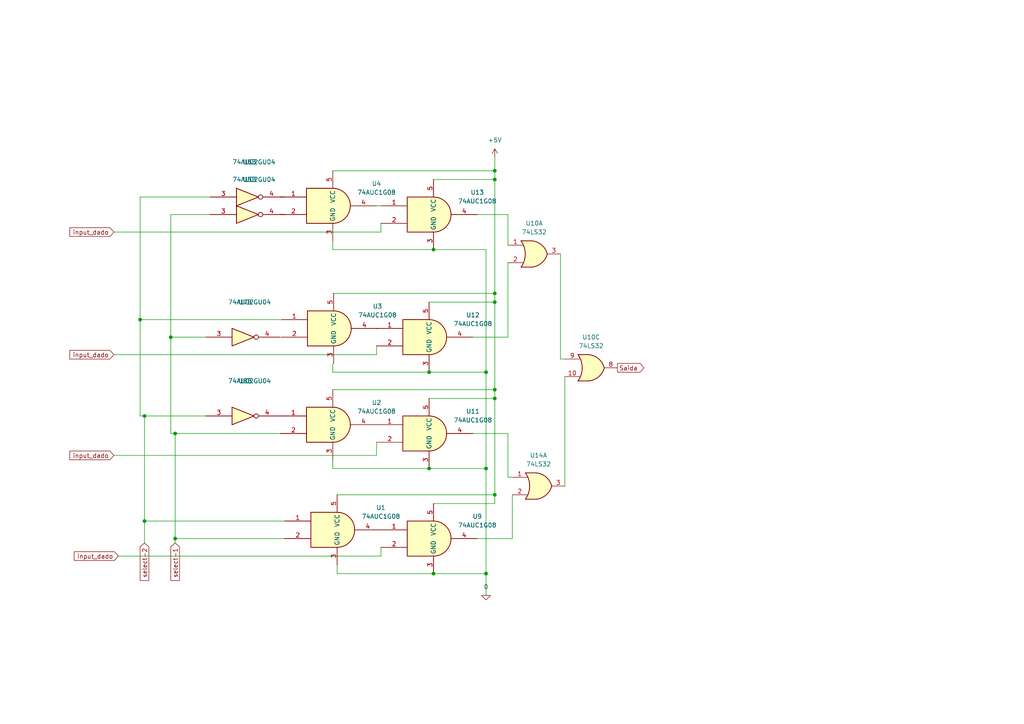
<source format=kicad_sch>
(kicad_sch
	(version 20250114)
	(generator "eeschema")
	(generator_version "9.0")
	(uuid "45d27e93-4ef4-45a1-b092-d27a1c9b3298")
	(paper "A4")
	(lib_symbols
		(symbol "74xGxx:74AUC1G08"
			(exclude_from_sim no)
			(in_bom yes)
			(on_board yes)
			(property "Reference" "U"
				(at -2.54 3.81 0)
				(effects
					(font
						(size 1.27 1.27)
					)
				)
			)
			(property "Value" "74AUC1G08"
				(at 0 -3.81 0)
				(effects
					(font
						(size 1.27 1.27)
					)
				)
			)
			(property "Footprint" ""
				(at 0 0 0)
				(effects
					(font
						(size 1.27 1.27)
					)
					(hide yes)
				)
			)
			(property "Datasheet" "http://www.ti.com/lit/sg/scyt129e/scyt129e.pdf"
				(at 0 0 0)
				(effects
					(font
						(size 1.27 1.27)
					)
					(hide yes)
				)
			)
			(property "Description" "Single AND Gate, Low-Voltage CMOS"
				(at 0 0 0)
				(effects
					(font
						(size 1.27 1.27)
					)
					(hide yes)
				)
			)
			(property "ki_keywords" "Single Gate AND LVC CMOS"
				(at 0 0 0)
				(effects
					(font
						(size 1.27 1.27)
					)
					(hide yes)
				)
			)
			(property "ki_fp_filters" "SOT* SG-*"
				(at 0 0 0)
				(effects
					(font
						(size 1.27 1.27)
					)
					(hide yes)
				)
			)
			(symbol "74AUC1G08_0_1"
				(arc
					(start 0 5.08)
					(mid 5.0579 0)
					(end 0 -5.08)
					(stroke
						(width 0.254)
						(type default)
					)
					(fill
						(type background)
					)
				)
				(polyline
					(pts
						(xy 0 -5.08) (xy -7.62 -5.08) (xy -7.62 5.08) (xy 0 5.08)
					)
					(stroke
						(width 0.254)
						(type default)
					)
					(fill
						(type background)
					)
				)
			)
			(symbol "74AUC1G08_1_1"
				(pin input line
					(at -15.24 2.54 0)
					(length 7.62)
					(name "~"
						(effects
							(font
								(size 1.27 1.27)
							)
						)
					)
					(number "1"
						(effects
							(font
								(size 1.27 1.27)
							)
						)
					)
				)
				(pin input line
					(at -15.24 -2.54 0)
					(length 7.62)
					(name "~"
						(effects
							(font
								(size 1.27 1.27)
							)
						)
					)
					(number "2"
						(effects
							(font
								(size 1.27 1.27)
							)
						)
					)
				)
				(pin power_in line
					(at 0 10.16 270)
					(length 5.08)
					(name "VCC"
						(effects
							(font
								(size 1.27 1.27)
							)
						)
					)
					(number "5"
						(effects
							(font
								(size 1.27 1.27)
							)
						)
					)
				)
				(pin power_in line
					(at 0 -10.16 90)
					(length 5.08)
					(name "GND"
						(effects
							(font
								(size 1.27 1.27)
							)
						)
					)
					(number "3"
						(effects
							(font
								(size 1.27 1.27)
							)
						)
					)
				)
				(pin output line
					(at 12.7 0 180)
					(length 7.62)
					(name "~"
						(effects
							(font
								(size 1.27 1.27)
							)
						)
					)
					(number "4"
						(effects
							(font
								(size 1.27 1.27)
							)
						)
					)
				)
			)
			(embedded_fonts no)
		)
		(symbol "74xGxx:74AUC2GU04"
			(exclude_from_sim no)
			(in_bom yes)
			(on_board yes)
			(property "Reference" "U5"
				(at -1.27 11.43 0)
				(effects
					(font
						(size 1.27 1.27)
					)
				)
			)
			(property "Value" "74AUC2GU04"
				(at 0 11.43 0)
				(effects
					(font
						(size 1.27 1.27)
					)
				)
			)
			(property "Footprint" ""
				(at 0 0 0)
				(effects
					(font
						(size 1.27 1.27)
					)
					(hide yes)
				)
			)
			(property "Datasheet" "http://www.ti.com/lit/sg/scyt129e/scyt129e.pdf"
				(at 0 0 0)
				(effects
					(font
						(size 1.27 1.27)
					)
					(hide yes)
				)
			)
			(property "Description" "74AUC2G04, Dual NOT Gate, Low-Voltage CMOS"
				(at 0 0 0)
				(effects
					(font
						(size 1.27 1.27)
					)
					(hide yes)
				)
			)
			(property "ki_keywords" "Dual Gate NOT LVC CMOS"
				(at 0 0 0)
				(effects
					(font
						(size 1.27 1.27)
					)
					(hide yes)
				)
			)
			(property "ki_fp_filters" "SG-* SOT*"
				(at 0 0 0)
				(effects
					(font
						(size 1.27 1.27)
					)
					(hide yes)
				)
			)
			(symbol "74AUC2GU04_1_1"
				(polyline
					(pts
						(xy -7.62 6.35) (xy -7.62 -6.35) (xy 5.08 0) (xy -7.62 6.35)
					)
					(stroke
						(width 0.254)
						(type default)
					)
					(fill
						(type background)
					)
				)
				(pin input line
					(at -12.7 1.27 0)
					(length 7.62)
					(name "~"
						(effects
							(font
								(size 1.27 1.27)
							)
						)
					)
					(number "1"
						(effects
							(font
								(size 1.27 1.27)
							)
						)
					)
				)
				(pin output inverted
					(at 8.89 1.27 180)
					(length 7.62)
					(name "~"
						(effects
							(font
								(size 1.27 1.27)
							)
						)
					)
					(number "6"
						(effects
							(font
								(size 1.27 1.27)
							)
						)
					)
				)
			)
			(symbol "74AUC2GU04_2_1"
				(polyline
					(pts
						(xy -5.08 3.81) (xy -5.08 -1.27) (xy 1.27 1.27) (xy -5.08 3.81)
					)
					(stroke
						(width 0.254)
						(type default)
					)
					(fill
						(type background)
					)
				)
				(pin input line
					(at -12.7 1.27 0)
					(length 7.62)
					(name "~"
						(effects
							(font
								(size 1.27 1.27)
							)
						)
					)
					(number "3"
						(effects
							(font
								(size 1.27 1.27)
							)
						)
					)
				)
				(pin output inverted
					(at 8.89 1.27 180)
					(length 7.62)
					(name "~"
						(effects
							(font
								(size 1.27 1.27)
							)
						)
					)
					(number "4"
						(effects
							(font
								(size 1.27 1.27)
							)
						)
					)
				)
			)
			(symbol "74AUC2GU04_3_0"
				(rectangle
					(start -5.08 -5.08)
					(end 5.08 5.08)
					(stroke
						(width 0.254)
						(type default)
					)
					(fill
						(type background)
					)
				)
			)
			(symbol "74AUC2GU04_3_1"
				(pin power_in line
					(at 0 10.16 270)
					(length 5.08)
					(name "VCC"
						(effects
							(font
								(size 1.27 1.27)
							)
						)
					)
					(number "5"
						(effects
							(font
								(size 1.27 1.27)
							)
						)
					)
				)
				(pin power_in line
					(at 0 -10.16 90)
					(length 5.08)
					(name "GND"
						(effects
							(font
								(size 1.27 1.27)
							)
						)
					)
					(number "2"
						(effects
							(font
								(size 1.27 1.27)
							)
						)
					)
				)
			)
			(embedded_fonts no)
		)
		(symbol "74xx:74LS32"
			(pin_names
				(offset 1.016)
			)
			(exclude_from_sim no)
			(in_bom yes)
			(on_board yes)
			(property "Reference" "U"
				(at 0 1.27 0)
				(effects
					(font
						(size 1.27 1.27)
					)
				)
			)
			(property "Value" "74LS32"
				(at 0 -1.27 0)
				(effects
					(font
						(size 1.27 1.27)
					)
				)
			)
			(property "Footprint" ""
				(at 0 0 0)
				(effects
					(font
						(size 1.27 1.27)
					)
					(hide yes)
				)
			)
			(property "Datasheet" "http://www.ti.com/lit/gpn/sn74LS32"
				(at 0 0 0)
				(effects
					(font
						(size 1.27 1.27)
					)
					(hide yes)
				)
			)
			(property "Description" "Quad 2-input OR"
				(at 0 0 0)
				(effects
					(font
						(size 1.27 1.27)
					)
					(hide yes)
				)
			)
			(property "ki_locked" ""
				(at 0 0 0)
				(effects
					(font
						(size 1.27 1.27)
					)
				)
			)
			(property "ki_keywords" "TTL Or2"
				(at 0 0 0)
				(effects
					(font
						(size 1.27 1.27)
					)
					(hide yes)
				)
			)
			(property "ki_fp_filters" "DIP?14*"
				(at 0 0 0)
				(effects
					(font
						(size 1.27 1.27)
					)
					(hide yes)
				)
			)
			(symbol "74LS32_1_1"
				(arc
					(start -3.81 3.81)
					(mid -2.589 0)
					(end -3.81 -3.81)
					(stroke
						(width 0.254)
						(type default)
					)
					(fill
						(type none)
					)
				)
				(polyline
					(pts
						(xy -3.81 3.81) (xy -0.635 3.81)
					)
					(stroke
						(width 0.254)
						(type default)
					)
					(fill
						(type background)
					)
				)
				(polyline
					(pts
						(xy -3.81 -3.81) (xy -0.635 -3.81)
					)
					(stroke
						(width 0.254)
						(type default)
					)
					(fill
						(type background)
					)
				)
				(arc
					(start 3.81 0)
					(mid 2.1855 -2.584)
					(end -0.6096 -3.81)
					(stroke
						(width 0.254)
						(type default)
					)
					(fill
						(type background)
					)
				)
				(arc
					(start -0.6096 3.81)
					(mid 2.1928 2.5924)
					(end 3.81 0)
					(stroke
						(width 0.254)
						(type default)
					)
					(fill
						(type background)
					)
				)
				(polyline
					(pts
						(xy -0.635 3.81) (xy -3.81 3.81) (xy -3.81 3.81) (xy -3.556 3.4036) (xy -3.0226 2.2606) (xy -2.6924 1.0414)
						(xy -2.6162 -0.254) (xy -2.7686 -1.4986) (xy -3.175 -2.7178) (xy -3.81 -3.81) (xy -3.81 -3.81)
						(xy -0.635 -3.81)
					)
					(stroke
						(width -25.4)
						(type default)
					)
					(fill
						(type background)
					)
				)
				(pin input line
					(at -7.62 2.54 0)
					(length 4.318)
					(name "~"
						(effects
							(font
								(size 1.27 1.27)
							)
						)
					)
					(number "1"
						(effects
							(font
								(size 1.27 1.27)
							)
						)
					)
				)
				(pin input line
					(at -7.62 -2.54 0)
					(length 4.318)
					(name "~"
						(effects
							(font
								(size 1.27 1.27)
							)
						)
					)
					(number "2"
						(effects
							(font
								(size 1.27 1.27)
							)
						)
					)
				)
				(pin output line
					(at 7.62 0 180)
					(length 3.81)
					(name "~"
						(effects
							(font
								(size 1.27 1.27)
							)
						)
					)
					(number "3"
						(effects
							(font
								(size 1.27 1.27)
							)
						)
					)
				)
			)
			(symbol "74LS32_1_2"
				(arc
					(start 0 3.81)
					(mid 3.7934 0)
					(end 0 -3.81)
					(stroke
						(width 0.254)
						(type default)
					)
					(fill
						(type background)
					)
				)
				(polyline
					(pts
						(xy 0 3.81) (xy -3.81 3.81) (xy -3.81 -3.81) (xy 0 -3.81)
					)
					(stroke
						(width 0.254)
						(type default)
					)
					(fill
						(type background)
					)
				)
				(pin input inverted
					(at -7.62 2.54 0)
					(length 3.81)
					(name "~"
						(effects
							(font
								(size 1.27 1.27)
							)
						)
					)
					(number "1"
						(effects
							(font
								(size 1.27 1.27)
							)
						)
					)
				)
				(pin input inverted
					(at -7.62 -2.54 0)
					(length 3.81)
					(name "~"
						(effects
							(font
								(size 1.27 1.27)
							)
						)
					)
					(number "2"
						(effects
							(font
								(size 1.27 1.27)
							)
						)
					)
				)
				(pin output inverted
					(at 7.62 0 180)
					(length 3.81)
					(name "~"
						(effects
							(font
								(size 1.27 1.27)
							)
						)
					)
					(number "3"
						(effects
							(font
								(size 1.27 1.27)
							)
						)
					)
				)
			)
			(symbol "74LS32_2_1"
				(arc
					(start -3.81 3.81)
					(mid -2.589 0)
					(end -3.81 -3.81)
					(stroke
						(width 0.254)
						(type default)
					)
					(fill
						(type none)
					)
				)
				(polyline
					(pts
						(xy -3.81 3.81) (xy -0.635 3.81)
					)
					(stroke
						(width 0.254)
						(type default)
					)
					(fill
						(type background)
					)
				)
				(polyline
					(pts
						(xy -3.81 -3.81) (xy -0.635 -3.81)
					)
					(stroke
						(width 0.254)
						(type default)
					)
					(fill
						(type background)
					)
				)
				(arc
					(start 3.81 0)
					(mid 2.1855 -2.584)
					(end -0.6096 -3.81)
					(stroke
						(width 0.254)
						(type default)
					)
					(fill
						(type background)
					)
				)
				(arc
					(start -0.6096 3.81)
					(mid 2.1928 2.5924)
					(end 3.81 0)
					(stroke
						(width 0.254)
						(type default)
					)
					(fill
						(type background)
					)
				)
				(polyline
					(pts
						(xy -0.635 3.81) (xy -3.81 3.81) (xy -3.81 3.81) (xy -3.556 3.4036) (xy -3.0226 2.2606) (xy -2.6924 1.0414)
						(xy -2.6162 -0.254) (xy -2.7686 -1.4986) (xy -3.175 -2.7178) (xy -3.81 -3.81) (xy -3.81 -3.81)
						(xy -0.635 -3.81)
					)
					(stroke
						(width -25.4)
						(type default)
					)
					(fill
						(type background)
					)
				)
				(pin input line
					(at -7.62 2.54 0)
					(length 4.318)
					(name "~"
						(effects
							(font
								(size 1.27 1.27)
							)
						)
					)
					(number "4"
						(effects
							(font
								(size 1.27 1.27)
							)
						)
					)
				)
				(pin input line
					(at -7.62 -2.54 0)
					(length 4.318)
					(name "~"
						(effects
							(font
								(size 1.27 1.27)
							)
						)
					)
					(number "5"
						(effects
							(font
								(size 1.27 1.27)
							)
						)
					)
				)
				(pin output line
					(at 7.62 0 180)
					(length 3.81)
					(name "~"
						(effects
							(font
								(size 1.27 1.27)
							)
						)
					)
					(number "6"
						(effects
							(font
								(size 1.27 1.27)
							)
						)
					)
				)
			)
			(symbol "74LS32_2_2"
				(arc
					(start 0 3.81)
					(mid 3.7934 0)
					(end 0 -3.81)
					(stroke
						(width 0.254)
						(type default)
					)
					(fill
						(type background)
					)
				)
				(polyline
					(pts
						(xy 0 3.81) (xy -3.81 3.81) (xy -3.81 -3.81) (xy 0 -3.81)
					)
					(stroke
						(width 0.254)
						(type default)
					)
					(fill
						(type background)
					)
				)
				(pin input inverted
					(at -7.62 2.54 0)
					(length 3.81)
					(name "~"
						(effects
							(font
								(size 1.27 1.27)
							)
						)
					)
					(number "4"
						(effects
							(font
								(size 1.27 1.27)
							)
						)
					)
				)
				(pin input inverted
					(at -7.62 -2.54 0)
					(length 3.81)
					(name "~"
						(effects
							(font
								(size 1.27 1.27)
							)
						)
					)
					(number "5"
						(effects
							(font
								(size 1.27 1.27)
							)
						)
					)
				)
				(pin output inverted
					(at 7.62 0 180)
					(length 3.81)
					(name "~"
						(effects
							(font
								(size 1.27 1.27)
							)
						)
					)
					(number "6"
						(effects
							(font
								(size 1.27 1.27)
							)
						)
					)
				)
			)
			(symbol "74LS32_3_1"
				(arc
					(start -3.81 3.81)
					(mid -2.589 0)
					(end -3.81 -3.81)
					(stroke
						(width 0.254)
						(type default)
					)
					(fill
						(type none)
					)
				)
				(polyline
					(pts
						(xy -3.81 3.81) (xy -0.635 3.81)
					)
					(stroke
						(width 0.254)
						(type default)
					)
					(fill
						(type background)
					)
				)
				(polyline
					(pts
						(xy -3.81 -3.81) (xy -0.635 -3.81)
					)
					(stroke
						(width 0.254)
						(type default)
					)
					(fill
						(type background)
					)
				)
				(arc
					(start 3.81 0)
					(mid 2.1855 -2.584)
					(end -0.6096 -3.81)
					(stroke
						(width 0.254)
						(type default)
					)
					(fill
						(type background)
					)
				)
				(arc
					(start -0.6096 3.81)
					(mid 2.1928 2.5924)
					(end 3.81 0)
					(stroke
						(width 0.254)
						(type default)
					)
					(fill
						(type background)
					)
				)
				(polyline
					(pts
						(xy -0.635 3.81) (xy -3.81 3.81) (xy -3.81 3.81) (xy -3.556 3.4036) (xy -3.0226 2.2606) (xy -2.6924 1.0414)
						(xy -2.6162 -0.254) (xy -2.7686 -1.4986) (xy -3.175 -2.7178) (xy -3.81 -3.81) (xy -3.81 -3.81)
						(xy -0.635 -3.81)
					)
					(stroke
						(width -25.4)
						(type default)
					)
					(fill
						(type background)
					)
				)
				(pin input line
					(at -7.62 2.54 0)
					(length 4.318)
					(name "~"
						(effects
							(font
								(size 1.27 1.27)
							)
						)
					)
					(number "9"
						(effects
							(font
								(size 1.27 1.27)
							)
						)
					)
				)
				(pin input line
					(at -7.62 -2.54 0)
					(length 4.318)
					(name "~"
						(effects
							(font
								(size 1.27 1.27)
							)
						)
					)
					(number "10"
						(effects
							(font
								(size 1.27 1.27)
							)
						)
					)
				)
				(pin output line
					(at 7.62 0 180)
					(length 3.81)
					(name "~"
						(effects
							(font
								(size 1.27 1.27)
							)
						)
					)
					(number "8"
						(effects
							(font
								(size 1.27 1.27)
							)
						)
					)
				)
			)
			(symbol "74LS32_3_2"
				(arc
					(start 0 3.81)
					(mid 3.7934 0)
					(end 0 -3.81)
					(stroke
						(width 0.254)
						(type default)
					)
					(fill
						(type background)
					)
				)
				(polyline
					(pts
						(xy 0 3.81) (xy -3.81 3.81) (xy -3.81 -3.81) (xy 0 -3.81)
					)
					(stroke
						(width 0.254)
						(type default)
					)
					(fill
						(type background)
					)
				)
				(pin input inverted
					(at -7.62 2.54 0)
					(length 3.81)
					(name "~"
						(effects
							(font
								(size 1.27 1.27)
							)
						)
					)
					(number "9"
						(effects
							(font
								(size 1.27 1.27)
							)
						)
					)
				)
				(pin input inverted
					(at -7.62 -2.54 0)
					(length 3.81)
					(name "~"
						(effects
							(font
								(size 1.27 1.27)
							)
						)
					)
					(number "10"
						(effects
							(font
								(size 1.27 1.27)
							)
						)
					)
				)
				(pin output inverted
					(at 7.62 0 180)
					(length 3.81)
					(name "~"
						(effects
							(font
								(size 1.27 1.27)
							)
						)
					)
					(number "8"
						(effects
							(font
								(size 1.27 1.27)
							)
						)
					)
				)
			)
			(symbol "74LS32_4_1"
				(arc
					(start -3.81 3.81)
					(mid -2.589 0)
					(end -3.81 -3.81)
					(stroke
						(width 0.254)
						(type default)
					)
					(fill
						(type none)
					)
				)
				(polyline
					(pts
						(xy -3.81 3.81) (xy -0.635 3.81)
					)
					(stroke
						(width 0.254)
						(type default)
					)
					(fill
						(type background)
					)
				)
				(polyline
					(pts
						(xy -3.81 -3.81) (xy -0.635 -3.81)
					)
					(stroke
						(width 0.254)
						(type default)
					)
					(fill
						(type background)
					)
				)
				(arc
					(start 3.81 0)
					(mid 2.1855 -2.584)
					(end -0.6096 -3.81)
					(stroke
						(width 0.254)
						(type default)
					)
					(fill
						(type background)
					)
				)
				(arc
					(start -0.6096 3.81)
					(mid 2.1928 2.5924)
					(end 3.81 0)
					(stroke
						(width 0.254)
						(type default)
					)
					(fill
						(type background)
					)
				)
				(polyline
					(pts
						(xy -0.635 3.81) (xy -3.81 3.81) (xy -3.81 3.81) (xy -3.556 3.4036) (xy -3.0226 2.2606) (xy -2.6924 1.0414)
						(xy -2.6162 -0.254) (xy -2.7686 -1.4986) (xy -3.175 -2.7178) (xy -3.81 -3.81) (xy -3.81 -3.81)
						(xy -0.635 -3.81)
					)
					(stroke
						(width -25.4)
						(type default)
					)
					(fill
						(type background)
					)
				)
				(pin input line
					(at -7.62 2.54 0)
					(length 4.318)
					(name "~"
						(effects
							(font
								(size 1.27 1.27)
							)
						)
					)
					(number "12"
						(effects
							(font
								(size 1.27 1.27)
							)
						)
					)
				)
				(pin input line
					(at -7.62 -2.54 0)
					(length 4.318)
					(name "~"
						(effects
							(font
								(size 1.27 1.27)
							)
						)
					)
					(number "13"
						(effects
							(font
								(size 1.27 1.27)
							)
						)
					)
				)
				(pin output line
					(at 7.62 0 180)
					(length 3.81)
					(name "~"
						(effects
							(font
								(size 1.27 1.27)
							)
						)
					)
					(number "11"
						(effects
							(font
								(size 1.27 1.27)
							)
						)
					)
				)
			)
			(symbol "74LS32_4_2"
				(arc
					(start 0 3.81)
					(mid 3.7934 0)
					(end 0 -3.81)
					(stroke
						(width 0.254)
						(type default)
					)
					(fill
						(type background)
					)
				)
				(polyline
					(pts
						(xy 0 3.81) (xy -3.81 3.81) (xy -3.81 -3.81) (xy 0 -3.81)
					)
					(stroke
						(width 0.254)
						(type default)
					)
					(fill
						(type background)
					)
				)
				(pin input inverted
					(at -7.62 2.54 0)
					(length 3.81)
					(name "~"
						(effects
							(font
								(size 1.27 1.27)
							)
						)
					)
					(number "12"
						(effects
							(font
								(size 1.27 1.27)
							)
						)
					)
				)
				(pin input inverted
					(at -7.62 -2.54 0)
					(length 3.81)
					(name "~"
						(effects
							(font
								(size 1.27 1.27)
							)
						)
					)
					(number "13"
						(effects
							(font
								(size 1.27 1.27)
							)
						)
					)
				)
				(pin output inverted
					(at 7.62 0 180)
					(length 3.81)
					(name "~"
						(effects
							(font
								(size 1.27 1.27)
							)
						)
					)
					(number "11"
						(effects
							(font
								(size 1.27 1.27)
							)
						)
					)
				)
			)
			(symbol "74LS32_5_0"
				(pin power_in line
					(at 0 12.7 270)
					(length 5.08)
					(name "VCC"
						(effects
							(font
								(size 1.27 1.27)
							)
						)
					)
					(number "14"
						(effects
							(font
								(size 1.27 1.27)
							)
						)
					)
				)
				(pin power_in line
					(at 0 -12.7 90)
					(length 5.08)
					(name "GND"
						(effects
							(font
								(size 1.27 1.27)
							)
						)
					)
					(number "7"
						(effects
							(font
								(size 1.27 1.27)
							)
						)
					)
				)
			)
			(symbol "74LS32_5_1"
				(rectangle
					(start -5.08 7.62)
					(end 5.08 -7.62)
					(stroke
						(width 0.254)
						(type default)
					)
					(fill
						(type background)
					)
				)
			)
			(embedded_fonts no)
		)
		(symbol "Simulation_SPICE:0"
			(power)
			(pin_numbers
				(hide yes)
			)
			(pin_names
				(offset 0)
				(hide yes)
			)
			(exclude_from_sim no)
			(in_bom yes)
			(on_board yes)
			(property "Reference" "#GND"
				(at 0 -5.08 0)
				(effects
					(font
						(size 1.27 1.27)
					)
					(hide yes)
				)
			)
			(property "Value" "0"
				(at 0 -2.54 0)
				(effects
					(font
						(size 1.27 1.27)
					)
				)
			)
			(property "Footprint" ""
				(at 0 0 0)
				(effects
					(font
						(size 1.27 1.27)
					)
					(hide yes)
				)
			)
			(property "Datasheet" "https://ngspice.sourceforge.io/docs/ngspice-html-manual/manual.xhtml#subsec_Circuit_elements__device"
				(at 0 -10.16 0)
				(effects
					(font
						(size 1.27 1.27)
					)
					(hide yes)
				)
			)
			(property "Description" "0V reference potential for simulation"
				(at 0 -7.62 0)
				(effects
					(font
						(size 1.27 1.27)
					)
					(hide yes)
				)
			)
			(property "ki_keywords" "simulation"
				(at 0 0 0)
				(effects
					(font
						(size 1.27 1.27)
					)
					(hide yes)
				)
			)
			(symbol "0_0_1"
				(polyline
					(pts
						(xy -1.27 0) (xy 0 -1.27) (xy 1.27 0) (xy -1.27 0)
					)
					(stroke
						(width 0)
						(type default)
					)
					(fill
						(type none)
					)
				)
			)
			(symbol "0_1_1"
				(pin power_in line
					(at 0 0 0)
					(length 0)
					(name "~"
						(effects
							(font
								(size 1.016 1.016)
							)
						)
					)
					(number "1"
						(effects
							(font
								(size 1.016 1.016)
							)
						)
					)
				)
			)
			(embedded_fonts no)
		)
		(symbol "power:+5V"
			(power)
			(pin_numbers
				(hide yes)
			)
			(pin_names
				(offset 0)
				(hide yes)
			)
			(exclude_from_sim no)
			(in_bom yes)
			(on_board yes)
			(property "Reference" "#PWR"
				(at 0 -3.81 0)
				(effects
					(font
						(size 1.27 1.27)
					)
					(hide yes)
				)
			)
			(property "Value" "+5V"
				(at 0 3.556 0)
				(effects
					(font
						(size 1.27 1.27)
					)
				)
			)
			(property "Footprint" ""
				(at 0 0 0)
				(effects
					(font
						(size 1.27 1.27)
					)
					(hide yes)
				)
			)
			(property "Datasheet" ""
				(at 0 0 0)
				(effects
					(font
						(size 1.27 1.27)
					)
					(hide yes)
				)
			)
			(property "Description" "Power symbol creates a global label with name \"+5V\""
				(at 0 0 0)
				(effects
					(font
						(size 1.27 1.27)
					)
					(hide yes)
				)
			)
			(property "ki_keywords" "global power"
				(at 0 0 0)
				(effects
					(font
						(size 1.27 1.27)
					)
					(hide yes)
				)
			)
			(symbol "+5V_0_1"
				(polyline
					(pts
						(xy -0.762 1.27) (xy 0 2.54)
					)
					(stroke
						(width 0)
						(type default)
					)
					(fill
						(type none)
					)
				)
				(polyline
					(pts
						(xy 0 2.54) (xy 0.762 1.27)
					)
					(stroke
						(width 0)
						(type default)
					)
					(fill
						(type none)
					)
				)
				(polyline
					(pts
						(xy 0 0) (xy 0 2.54)
					)
					(stroke
						(width 0)
						(type default)
					)
					(fill
						(type none)
					)
				)
			)
			(symbol "+5V_1_1"
				(pin power_in line
					(at 0 0 90)
					(length 0)
					(name "~"
						(effects
							(font
								(size 1.27 1.27)
							)
						)
					)
					(number "1"
						(effects
							(font
								(size 1.27 1.27)
							)
						)
					)
				)
			)
			(embedded_fonts no)
		)
	)
	(junction
		(at 49.53 97.79)
		(diameter 0)
		(color 0 0 0 0)
		(uuid "02457a1f-cfd3-4c84-87ce-34b40615cd1c")
	)
	(junction
		(at 143.51 87.63)
		(diameter 0)
		(color 0 0 0 0)
		(uuid "084527a1-57b2-460d-8a18-5a940b11fe14")
	)
	(junction
		(at 140.97 166.37)
		(diameter 0)
		(color 0 0 0 0)
		(uuid "20efa18d-50c1-4488-ab10-bed485c246fb")
	)
	(junction
		(at 140.97 135.89)
		(diameter 0)
		(color 0 0 0 0)
		(uuid "28a16a59-f0bc-4c6b-a05e-f7da7b44a8eb")
	)
	(junction
		(at 143.51 115.57)
		(diameter 0)
		(color 0 0 0 0)
		(uuid "4261052a-a3ec-4210-a33f-5c2d90f3e4be")
	)
	(junction
		(at 124.46 135.89)
		(diameter 0)
		(color 0 0 0 0)
		(uuid "5005e70f-4cad-467e-b034-8e2a6b9db7a7")
	)
	(junction
		(at 143.51 49.53)
		(diameter 0)
		(color 0 0 0 0)
		(uuid "63b616f1-efe2-4b7e-a6c0-f39a0d487031")
	)
	(junction
		(at 143.51 52.07)
		(diameter 0)
		(color 0 0 0 0)
		(uuid "7b237a21-6866-4747-9380-482965297392")
	)
	(junction
		(at 140.97 107.95)
		(diameter 0)
		(color 0 0 0 0)
		(uuid "817200c2-8e22-47e5-961d-982fb7df633f")
	)
	(junction
		(at 40.64 92.71)
		(diameter 0)
		(color 0 0 0 0)
		(uuid "82857ae3-3b74-4835-9b2d-c1efc16816d8")
	)
	(junction
		(at 143.51 85.09)
		(diameter 0)
		(color 0 0 0 0)
		(uuid "883382be-61da-470d-a59e-65864d147b8a")
	)
	(junction
		(at 50.8 125.73)
		(diameter 0)
		(color 0 0 0 0)
		(uuid "8ace3d0c-7516-4098-8831-a15a1dc613ca")
	)
	(junction
		(at 124.46 107.95)
		(diameter 0)
		(color 0 0 0 0)
		(uuid "a6fcfa31-44c1-4384-b499-b8aacf23dcba")
	)
	(junction
		(at 41.91 120.65)
		(diameter 0)
		(color 0 0 0 0)
		(uuid "b1219d34-e69b-443e-b20b-03597ae9df0a")
	)
	(junction
		(at 125.73 72.39)
		(diameter 0)
		(color 0 0 0 0)
		(uuid "be8ca29d-77e4-4410-8070-27266b8db1a6")
	)
	(junction
		(at 50.8 156.21)
		(diameter 0)
		(color 0 0 0 0)
		(uuid "bf8c9f3c-4a5d-4169-b68e-5d66c841b9b0")
	)
	(junction
		(at 143.51 113.03)
		(diameter 0)
		(color 0 0 0 0)
		(uuid "c2377547-2583-4e0f-b8dd-550975c05c3a")
	)
	(junction
		(at 125.73 166.37)
		(diameter 0)
		(color 0 0 0 0)
		(uuid "cba87a32-9466-4a33-8cc1-e48b76b2bf91")
	)
	(junction
		(at 143.51 143.51)
		(diameter 0)
		(color 0 0 0 0)
		(uuid "e2a8888e-6480-4651-967a-904a96f7c4b3")
	)
	(junction
		(at 41.91 151.13)
		(diameter 0)
		(color 0 0 0 0)
		(uuid "f1707abb-94aa-4768-9bb4-1bcf5c8e5ee9")
	)
	(wire
		(pts
			(xy 143.51 52.07) (xy 143.51 49.53)
		)
		(stroke
			(width 0)
			(type default)
		)
		(uuid "02b491d3-d392-4387-a0fe-81299bec19ab")
	)
	(wire
		(pts
			(xy 125.73 166.37) (xy 140.97 166.37)
		)
		(stroke
			(width 0)
			(type default)
		)
		(uuid "05b2b387-d76b-440b-8642-877731182a7d")
	)
	(wire
		(pts
			(xy 41.91 151.13) (xy 82.55 151.13)
		)
		(stroke
			(width 0)
			(type default)
		)
		(uuid "07a1a7d1-d8fc-4d65-bc1c-b94da8349d06")
	)
	(wire
		(pts
			(xy 137.16 125.73) (xy 147.32 125.73)
		)
		(stroke
			(width 0)
			(type default)
		)
		(uuid "0bad01ec-097b-48d4-8bd5-4a380912d689")
	)
	(wire
		(pts
			(xy 143.51 49.53) (xy 143.51 45.72)
		)
		(stroke
			(width 0)
			(type default)
		)
		(uuid "0c3a92a3-7589-4ac0-8768-6657166cea1e")
	)
	(wire
		(pts
			(xy 143.51 52.07) (xy 143.51 85.09)
		)
		(stroke
			(width 0)
			(type default)
		)
		(uuid "12ae5fbe-fa40-4233-8d34-53e801ca3423")
	)
	(wire
		(pts
			(xy 41.91 151.13) (xy 41.91 157.48)
		)
		(stroke
			(width 0)
			(type default)
		)
		(uuid "156c3065-3387-4001-bcf2-c3459b02e418")
	)
	(wire
		(pts
			(xy 41.91 120.65) (xy 59.69 120.65)
		)
		(stroke
			(width 0)
			(type default)
		)
		(uuid "16abceec-3a61-4717-ab93-e8c39d1dfdd5")
	)
	(wire
		(pts
			(xy 40.64 57.15) (xy 40.64 92.71)
		)
		(stroke
			(width 0)
			(type default)
		)
		(uuid "1adaad96-4342-4017-90f9-2b2d47e0e21d")
	)
	(wire
		(pts
			(xy 49.53 125.73) (xy 50.8 125.73)
		)
		(stroke
			(width 0)
			(type default)
		)
		(uuid "1ede1f20-0687-459e-aef6-56adaa27480a")
	)
	(wire
		(pts
			(xy 41.91 120.65) (xy 41.91 151.13)
		)
		(stroke
			(width 0)
			(type default)
		)
		(uuid "24d319ee-4644-4749-ae34-668018d661b3")
	)
	(wire
		(pts
			(xy 96.52 107.95) (xy 124.46 107.95)
		)
		(stroke
			(width 0)
			(type default)
		)
		(uuid "252851f4-54e1-4e1a-b2d0-336286d9af88")
	)
	(wire
		(pts
			(xy 50.8 125.73) (xy 81.28 125.73)
		)
		(stroke
			(width 0)
			(type default)
		)
		(uuid "27e36ece-9991-41d0-8df4-939220c6c1e0")
	)
	(wire
		(pts
			(xy 147.32 76.2) (xy 147.32 97.79)
		)
		(stroke
			(width 0)
			(type default)
		)
		(uuid "29f6e7da-5ae9-44fb-9409-6ce910b22430")
	)
	(wire
		(pts
			(xy 97.79 163.83) (xy 97.79 166.37)
		)
		(stroke
			(width 0)
			(type default)
		)
		(uuid "2a553871-b25f-4dc1-80a2-5b1ffe2d7c88")
	)
	(wire
		(pts
			(xy 163.83 140.97) (xy 163.83 109.22)
		)
		(stroke
			(width 0)
			(type default)
		)
		(uuid "2e68da7b-8235-46f5-8abf-b80bb5852c91")
	)
	(wire
		(pts
			(xy 96.52 72.39) (xy 125.73 72.39)
		)
		(stroke
			(width 0)
			(type default)
		)
		(uuid "2fab0390-d864-48f5-b27d-60937dc828c1")
	)
	(wire
		(pts
			(xy 140.97 135.89) (xy 140.97 166.37)
		)
		(stroke
			(width 0)
			(type default)
		)
		(uuid "39814933-15a0-4bff-b7ac-da429cc19c7e")
	)
	(wire
		(pts
			(xy 96.52 105.41) (xy 96.52 107.95)
		)
		(stroke
			(width 0)
			(type default)
		)
		(uuid "3a281136-83bc-4b40-8781-fb40472c2dbd")
	)
	(wire
		(pts
			(xy 162.56 104.14) (xy 162.56 73.66)
		)
		(stroke
			(width 0)
			(type default)
		)
		(uuid "3bd7e0b6-900b-4fcb-9999-6876e1345cfa")
	)
	(wire
		(pts
			(xy 143.51 85.09) (xy 143.51 87.63)
		)
		(stroke
			(width 0)
			(type default)
		)
		(uuid "3eff5d98-e5a4-4d5c-b8b1-69ffd15d5e55")
	)
	(wire
		(pts
			(xy 140.97 72.39) (xy 140.97 107.95)
		)
		(stroke
			(width 0)
			(type default)
		)
		(uuid "40aaf0e8-6c24-489e-86ad-1534b3fdfe09")
	)
	(wire
		(pts
			(xy 137.16 97.79) (xy 147.32 97.79)
		)
		(stroke
			(width 0)
			(type default)
		)
		(uuid "42bd94ff-84cd-4faa-bce0-58ff21471a5c")
	)
	(wire
		(pts
			(xy 143.51 113.03) (xy 143.51 115.57)
		)
		(stroke
			(width 0)
			(type default)
		)
		(uuid "46c63a9a-f9b5-4b1e-981b-f1abe9f8fa6c")
	)
	(wire
		(pts
			(xy 60.96 57.15) (xy 40.64 57.15)
		)
		(stroke
			(width 0)
			(type default)
		)
		(uuid "477b32e5-beec-4c66-bf55-96f36b548afe")
	)
	(wire
		(pts
			(xy 33.02 102.87) (xy 109.22 102.87)
		)
		(stroke
			(width 0)
			(type default)
		)
		(uuid "48c90c1d-573a-4fa7-9b0b-6366ea0f4fd8")
	)
	(wire
		(pts
			(xy 110.49 158.75) (xy 110.49 161.29)
		)
		(stroke
			(width 0)
			(type default)
		)
		(uuid "4ce17c39-f1d7-4b6d-916c-361c80282062")
	)
	(wire
		(pts
			(xy 96.52 113.03) (xy 143.51 113.03)
		)
		(stroke
			(width 0)
			(type default)
		)
		(uuid "54477da0-bb26-4e51-b8cd-85423f6cb532")
	)
	(wire
		(pts
			(xy 143.51 87.63) (xy 143.51 113.03)
		)
		(stroke
			(width 0)
			(type default)
		)
		(uuid "62093acb-2b83-4460-b82f-122664a234d3")
	)
	(wire
		(pts
			(xy 49.53 97.79) (xy 59.69 97.79)
		)
		(stroke
			(width 0)
			(type default)
		)
		(uuid "622c2d2b-6ec8-4725-abed-9e5d40ffd07e")
	)
	(wire
		(pts
			(xy 124.46 115.57) (xy 143.51 115.57)
		)
		(stroke
			(width 0)
			(type default)
		)
		(uuid "63fcd5b8-f8f9-4d15-bb75-41f177f2dead")
	)
	(wire
		(pts
			(xy 109.22 59.69) (xy 110.49 59.69)
		)
		(stroke
			(width 0)
			(type default)
		)
		(uuid "64a54ac2-ce38-4b2b-a66e-d07dab00237a")
	)
	(wire
		(pts
			(xy 33.02 67.31) (xy 110.49 67.31)
		)
		(stroke
			(width 0)
			(type default)
		)
		(uuid "66cbe640-f8d4-4bf5-888a-bfc0d164015c")
	)
	(wire
		(pts
			(xy 124.46 87.63) (xy 143.51 87.63)
		)
		(stroke
			(width 0)
			(type default)
		)
		(uuid "695290b1-ea8d-4d70-9620-7d5ec35be496")
	)
	(wire
		(pts
			(xy 41.91 120.65) (xy 40.64 120.65)
		)
		(stroke
			(width 0)
			(type default)
		)
		(uuid "6c2c36ec-f706-4f8d-92cc-19497eb389f9")
	)
	(wire
		(pts
			(xy 148.59 143.51) (xy 148.59 156.21)
		)
		(stroke
			(width 0)
			(type default)
		)
		(uuid "746c3d21-a42f-4ede-9c60-651b68c142ac")
	)
	(wire
		(pts
			(xy 49.53 62.23) (xy 49.53 97.79)
		)
		(stroke
			(width 0)
			(type default)
		)
		(uuid "7479c1d8-6ed3-4cdd-bf59-10b1e2fcf5d9")
	)
	(wire
		(pts
			(xy 96.52 49.53) (xy 143.51 49.53)
		)
		(stroke
			(width 0)
			(type default)
		)
		(uuid "76d5fa89-1b3a-41c1-b6d8-6f454e748647")
	)
	(wire
		(pts
			(xy 140.97 107.95) (xy 140.97 135.89)
		)
		(stroke
			(width 0)
			(type default)
		)
		(uuid "78c6f788-6bda-4c15-888b-44eaae924128")
	)
	(wire
		(pts
			(xy 110.49 64.77) (xy 110.49 67.31)
		)
		(stroke
			(width 0)
			(type default)
		)
		(uuid "7cde4627-8bdb-4b33-b6aa-81064dd959a9")
	)
	(wire
		(pts
			(xy 147.32 62.23) (xy 147.32 71.12)
		)
		(stroke
			(width 0)
			(type default)
		)
		(uuid "7dbac508-d50c-4a2f-89e4-968016c0a32d")
	)
	(wire
		(pts
			(xy 97.79 166.37) (xy 125.73 166.37)
		)
		(stroke
			(width 0)
			(type default)
		)
		(uuid "7ee5746a-db87-46d0-9b03-3c18dcdb1a19")
	)
	(wire
		(pts
			(xy 50.8 125.73) (xy 50.8 156.21)
		)
		(stroke
			(width 0)
			(type default)
		)
		(uuid "8104e1e9-20ed-4bcc-88c5-c6693432c033")
	)
	(wire
		(pts
			(xy 125.73 52.07) (xy 143.51 52.07)
		)
		(stroke
			(width 0)
			(type default)
		)
		(uuid "81c2b53c-7412-4cd6-bc8f-db852f8d706e")
	)
	(wire
		(pts
			(xy 50.8 156.21) (xy 50.8 157.48)
		)
		(stroke
			(width 0)
			(type default)
		)
		(uuid "85fb0d3d-04e0-43b6-96e3-ec54735ae825")
	)
	(wire
		(pts
			(xy 147.32 125.73) (xy 147.32 138.43)
		)
		(stroke
			(width 0)
			(type default)
		)
		(uuid "8da7bae0-22fe-474e-880a-1770716f564a")
	)
	(wire
		(pts
			(xy 138.43 62.23) (xy 147.32 62.23)
		)
		(stroke
			(width 0)
			(type default)
		)
		(uuid "94aa6dab-cf2d-4d64-b8ce-85074560aef1")
	)
	(wire
		(pts
			(xy 109.22 100.33) (xy 109.22 102.87)
		)
		(stroke
			(width 0)
			(type default)
		)
		(uuid "9595d132-7390-4e2c-93ec-f5d720e152a4")
	)
	(wire
		(pts
			(xy 40.64 92.71) (xy 40.64 120.65)
		)
		(stroke
			(width 0)
			(type default)
		)
		(uuid "9e55a3e6-50dd-48fb-aeaf-bc430ddb7f30")
	)
	(wire
		(pts
			(xy 96.52 135.89) (xy 124.46 135.89)
		)
		(stroke
			(width 0)
			(type default)
		)
		(uuid "9f9d68b9-469c-4b86-b5a4-492de5441345")
	)
	(wire
		(pts
			(xy 125.73 146.05) (xy 143.51 146.05)
		)
		(stroke
			(width 0)
			(type default)
		)
		(uuid "a553c21d-d1e2-498e-ab18-f28181249ca7")
	)
	(wire
		(pts
			(xy 140.97 166.37) (xy 140.97 172.72)
		)
		(stroke
			(width 0)
			(type default)
		)
		(uuid "ab430169-9091-4ee0-aca8-6c8d77a9a9bf")
	)
	(wire
		(pts
			(xy 97.79 143.51) (xy 143.51 143.51)
		)
		(stroke
			(width 0)
			(type default)
		)
		(uuid "ade616f0-01f2-4a2d-881d-226069a53d5e")
	)
	(wire
		(pts
			(xy 124.46 107.95) (xy 140.97 107.95)
		)
		(stroke
			(width 0)
			(type default)
		)
		(uuid "b0a72d52-9cbb-49d9-90be-636aa8cf3df5")
	)
	(wire
		(pts
			(xy 50.8 156.21) (xy 82.55 156.21)
		)
		(stroke
			(width 0)
			(type default)
		)
		(uuid "b4912cef-d952-4aa5-aacf-48e4ed55f434")
	)
	(wire
		(pts
			(xy 109.22 132.08) (xy 33.02 132.08)
		)
		(stroke
			(width 0)
			(type default)
		)
		(uuid "b5817172-6ee8-48e9-bcf7-1cbc591b06c5")
	)
	(wire
		(pts
			(xy 96.52 69.85) (xy 96.52 72.39)
		)
		(stroke
			(width 0)
			(type default)
		)
		(uuid "b6c51fab-bb12-4647-af75-646e22053bd0")
	)
	(wire
		(pts
			(xy 109.22 128.27) (xy 109.22 132.08)
		)
		(stroke
			(width 0)
			(type default)
		)
		(uuid "c8af00d3-e407-4ed1-8012-e2f4920fe355")
	)
	(wire
		(pts
			(xy 96.52 85.09) (xy 143.51 85.09)
		)
		(stroke
			(width 0)
			(type default)
		)
		(uuid "c92448ca-d05f-4dc6-991a-5fa8a81269f7")
	)
	(wire
		(pts
			(xy 34.29 161.29) (xy 110.49 161.29)
		)
		(stroke
			(width 0)
			(type default)
		)
		(uuid "cb1a3b96-c8b7-477b-abb1-0893c2f9bd10")
	)
	(wire
		(pts
			(xy 60.96 62.23) (xy 49.53 62.23)
		)
		(stroke
			(width 0)
			(type default)
		)
		(uuid "d19fc62f-0c86-493f-9f00-420d7ee730ae")
	)
	(wire
		(pts
			(xy 147.32 138.43) (xy 148.59 138.43)
		)
		(stroke
			(width 0)
			(type default)
		)
		(uuid "d40b7ced-a0c2-413c-b562-731d7cf8bdd3")
	)
	(wire
		(pts
			(xy 143.51 115.57) (xy 143.51 143.51)
		)
		(stroke
			(width 0)
			(type default)
		)
		(uuid "d701e5b7-e08a-4c60-89c3-7384e344a7d0")
	)
	(wire
		(pts
			(xy 138.43 156.21) (xy 148.59 156.21)
		)
		(stroke
			(width 0)
			(type default)
		)
		(uuid "d75bc694-b530-45b7-a17a-52907b05dac0")
	)
	(wire
		(pts
			(xy 40.64 92.71) (xy 81.28 92.71)
		)
		(stroke
			(width 0)
			(type default)
		)
		(uuid "d9cffcfe-49f3-4b12-a112-f7a724291b82")
	)
	(wire
		(pts
			(xy 143.51 143.51) (xy 143.51 146.05)
		)
		(stroke
			(width 0)
			(type default)
		)
		(uuid "e2ed3e71-3896-41b7-ab23-dced53dd2030")
	)
	(wire
		(pts
			(xy 124.46 135.89) (xy 140.97 135.89)
		)
		(stroke
			(width 0)
			(type default)
		)
		(uuid "e6c379fe-ae55-4cc5-9c9d-df9caabad6d8")
	)
	(wire
		(pts
			(xy 49.53 97.79) (xy 49.53 125.73)
		)
		(stroke
			(width 0)
			(type default)
		)
		(uuid "ebb028aa-119e-41f0-8a08-30ea7bf91cb0")
	)
	(wire
		(pts
			(xy 96.52 133.35) (xy 96.52 135.89)
		)
		(stroke
			(width 0)
			(type default)
		)
		(uuid "eef60917-b198-46fd-94db-c5319a4a08c7")
	)
	(wire
		(pts
			(xy 125.73 72.39) (xy 140.97 72.39)
		)
		(stroke
			(width 0)
			(type default)
		)
		(uuid "f1cef011-38f8-4595-91d8-a6b7cddc31b4")
	)
	(wire
		(pts
			(xy 163.83 104.14) (xy 162.56 104.14)
		)
		(stroke
			(width 0)
			(type default)
		)
		(uuid "fbcd7584-abac-4085-bd1a-17304be28fb7")
	)
	(global_label "input_dado"
		(shape input)
		(at 33.02 67.31 180)
		(fields_autoplaced yes)
		(effects
			(font
				(size 1.27 1.27)
			)
			(justify right)
		)
		(uuid "00462d4b-b1e2-4032-81d4-799653cd70e8")
		(property "Intersheetrefs" "${INTERSHEET_REFS}"
			(at 19.6937 67.31 0)
			(effects
				(font
					(size 1.27 1.27)
				)
				(justify right)
				(hide yes)
			)
		)
	)
	(global_label "select-2"
		(shape input)
		(at 41.91 157.48 270)
		(fields_autoplaced yes)
		(effects
			(font
				(size 1.27 1.27)
			)
			(justify right)
		)
		(uuid "253a5cbc-6c1e-4607-b7cc-a9d33909b5db")
		(property "Intersheetrefs" "${INTERSHEET_REFS}"
			(at 41.91 168.9319 90)
			(effects
				(font
					(size 1.27 1.27)
				)
				(justify right)
				(hide yes)
			)
		)
	)
	(global_label "select-1"
		(shape input)
		(at 50.8 157.48 270)
		(fields_autoplaced yes)
		(effects
			(font
				(size 1.27 1.27)
			)
			(justify right)
		)
		(uuid "4127ab03-23de-4751-9136-c007aa07fefb")
		(property "Intersheetrefs" "${INTERSHEET_REFS}"
			(at 50.8 168.9319 90)
			(effects
				(font
					(size 1.27 1.27)
				)
				(justify right)
				(hide yes)
			)
		)
	)
	(global_label "Saida"
		(shape output)
		(at 179.07 106.68 0)
		(fields_autoplaced yes)
		(effects
			(font
				(size 1.27 1.27)
			)
			(justify left)
		)
		(uuid "64068db3-c778-4b84-b5f5-7b91d353cc19")
		(property "Intersheetrefs" "${INTERSHEET_REFS}"
			(at 187.3165 106.68 0)
			(effects
				(font
					(size 1.27 1.27)
				)
				(justify left)
				(hide yes)
			)
		)
	)
	(global_label "input_dado"
		(shape input)
		(at 34.29 161.29 180)
		(fields_autoplaced yes)
		(effects
			(font
				(size 1.27 1.27)
			)
			(justify right)
		)
		(uuid "7bba6695-d8ef-43c4-b040-0d6e3fe6859f")
		(property "Intersheetrefs" "${INTERSHEET_REFS}"
			(at 20.9637 161.29 0)
			(effects
				(font
					(size 1.27 1.27)
				)
				(justify right)
				(hide yes)
			)
		)
	)
	(global_label "input_dado"
		(shape input)
		(at 33.02 102.87 180)
		(fields_autoplaced yes)
		(effects
			(font
				(size 1.27 1.27)
			)
			(justify right)
		)
		(uuid "bb0fe00b-e028-4773-b3cf-f45198ec1703")
		(property "Intersheetrefs" "${INTERSHEET_REFS}"
			(at 19.6937 102.87 0)
			(effects
				(font
					(size 1.27 1.27)
				)
				(justify right)
				(hide yes)
			)
		)
	)
	(global_label "input_dado"
		(shape input)
		(at 33.02 132.08 180)
		(fields_autoplaced yes)
		(effects
			(font
				(size 1.27 1.27)
			)
			(justify right)
		)
		(uuid "da7c1a7d-3a51-4ece-909c-3e0869a55c63")
		(property "Intersheetrefs" "${INTERSHEET_REFS}"
			(at 19.6937 132.08 0)
			(effects
				(font
					(size 1.27 1.27)
				)
				(justify right)
				(hide yes)
			)
		)
	)
	(symbol
		(lib_id "74xGxx:74AUC2GU04")
		(at 72.39 99.06 0)
		(unit 2)
		(exclude_from_sim no)
		(in_bom yes)
		(on_board yes)
		(dnp no)
		(fields_autoplaced yes)
		(uuid "11d08fc3-9efd-47db-ab98-823a47875dc2")
		(property "Reference" "U7"
			(at 71.12 87.63 0)
			(effects
				(font
					(size 1.27 1.27)
				)
			)
		)
		(property "Value" "74AUC2GU04"
			(at 72.39 87.63 0)
			(effects
				(font
					(size 1.27 1.27)
				)
			)
		)
		(property "Footprint" ""
			(at 72.39 99.06 0)
			(effects
				(font
					(size 1.27 1.27)
				)
				(hide yes)
			)
		)
		(property "Datasheet" "http://www.ti.com/lit/sg/scyt129e/scyt129e.pdf"
			(at 72.39 99.06 0)
			(effects
				(font
					(size 1.27 1.27)
				)
				(hide yes)
			)
		)
		(property "Description" "74AUC2G04, Dual NOT Gate, Low-Voltage CMOS"
			(at 72.39 99.06 0)
			(effects
				(font
					(size 1.27 1.27)
				)
				(hide yes)
			)
		)
		(pin "6"
			(uuid "1636d0ca-7111-41dc-ba6b-be5f3f1fe095")
		)
		(pin "3"
			(uuid "211b9a39-babf-45ca-9a85-4d94775bcd2c")
		)
		(pin "5"
			(uuid "908aa08a-2707-4b3d-85af-d9e48e799f03")
		)
		(pin "1"
			(uuid "8c085149-212d-4de0-9191-d4ae15792151")
		)
		(pin "4"
			(uuid "9f6341d0-ecac-415e-b6e7-d7fd9bb92be9")
		)
		(pin "2"
			(uuid "7703d52a-2717-46ec-a838-28a90382fd13")
		)
		(instances
			(project "esquema_mult_plex"
				(path "/45d27e93-4ef4-45a1-b092-d27a1c9b3298"
					(reference "U7")
					(unit 2)
				)
			)
		)
	)
	(symbol
		(lib_id "74xGxx:74AUC2GU04")
		(at 73.66 63.5 0)
		(unit 2)
		(exclude_from_sim no)
		(in_bom yes)
		(on_board yes)
		(dnp no)
		(fields_autoplaced yes)
		(uuid "2d74196b-b422-4165-bb20-30d862444b11")
		(property "Reference" "U5"
			(at 72.39 52.07 0)
			(effects
				(font
					(size 1.27 1.27)
				)
			)
		)
		(property "Value" "74AUC2GU04"
			(at 73.66 52.07 0)
			(effects
				(font
					(size 1.27 1.27)
				)
			)
		)
		(property "Footprint" ""
			(at 73.66 63.5 0)
			(effects
				(font
					(size 1.27 1.27)
				)
				(hide yes)
			)
		)
		(property "Datasheet" "http://www.ti.com/lit/sg/scyt129e/scyt129e.pdf"
			(at 73.66 63.5 0)
			(effects
				(font
					(size 1.27 1.27)
				)
				(hide yes)
			)
		)
		(property "Description" "74AUC2G04, Dual NOT Gate, Low-Voltage CMOS"
			(at 73.66 63.5 0)
			(effects
				(font
					(size 1.27 1.27)
				)
				(hide yes)
			)
		)
		(pin "6"
			(uuid "1636d0ca-7111-41dc-ba6b-be5f3f1fe096")
		)
		(pin "3"
			(uuid "6d2649fd-b6cb-4e08-b15e-f11f28d6a835")
		)
		(pin "5"
			(uuid "908aa08a-2707-4b3d-85af-d9e48e799f04")
		)
		(pin "1"
			(uuid "8c085149-212d-4de0-9191-d4ae15792152")
		)
		(pin "4"
			(uuid "bac646f9-b410-441b-bc59-81c18e339133")
		)
		(pin "2"
			(uuid "7703d52a-2717-46ec-a838-28a90382fd14")
		)
		(instances
			(project ""
				(path "/45d27e93-4ef4-45a1-b092-d27a1c9b3298"
					(reference "U5")
					(unit 2)
				)
			)
		)
	)
	(symbol
		(lib_id "74xx:74LS32")
		(at 156.21 140.97 0)
		(unit 1)
		(exclude_from_sim no)
		(in_bom yes)
		(on_board yes)
		(dnp no)
		(fields_autoplaced yes)
		(uuid "34895106-6ed9-4ab0-af8d-df52489e133c")
		(property "Reference" "U14"
			(at 156.21 132.08 0)
			(effects
				(font
					(size 1.27 1.27)
				)
			)
		)
		(property "Value" "74LS32"
			(at 156.21 134.62 0)
			(effects
				(font
					(size 1.27 1.27)
				)
			)
		)
		(property "Footprint" ""
			(at 156.21 140.97 0)
			(effects
				(font
					(size 1.27 1.27)
				)
				(hide yes)
			)
		)
		(property "Datasheet" "http://www.ti.com/lit/gpn/sn74LS32"
			(at 156.21 140.97 0)
			(effects
				(font
					(size 1.27 1.27)
				)
				(hide yes)
			)
		)
		(property "Description" "Quad 2-input OR"
			(at 156.21 140.97 0)
			(effects
				(font
					(size 1.27 1.27)
				)
				(hide yes)
			)
		)
		(pin "11"
			(uuid "5ef9b250-a4bc-4b28-a689-fe0b2a8acc82")
		)
		(pin "2"
			(uuid "213f86fd-6bb6-4d88-a629-d6f44d22c52f")
		)
		(pin "1"
			(uuid "078983c7-6cfd-4c85-881a-e8e983e150cd")
		)
		(pin "9"
			(uuid "6d452ae1-b4e2-4b5a-a971-d824b9742c82")
		)
		(pin "7"
			(uuid "b3116675-5987-4222-b588-08cd332e9451")
		)
		(pin "6"
			(uuid "7381c6a9-126d-469b-ad9c-09f62c06ebfd")
		)
		(pin "4"
			(uuid "b7b27759-4429-476c-828d-eb9d5ac5e6aa")
		)
		(pin "8"
			(uuid "f5aea530-3861-42c3-9402-53ac233bbb13")
		)
		(pin "3"
			(uuid "c112afe6-488a-48dd-9649-dab8bad8f64b")
		)
		(pin "10"
			(uuid "d5166cb4-08e3-4173-80f3-86f9b0521b46")
		)
		(pin "5"
			(uuid "5a005fbc-415b-473a-a5af-ce133a35589f")
		)
		(pin "12"
			(uuid "1803a676-b034-46e3-b04d-32962ceb55cd")
		)
		(pin "13"
			(uuid "66069404-66d8-4914-9b78-9e62b7d089ba")
		)
		(pin "14"
			(uuid "0a0e4c91-4e3a-4a47-a7ad-de062bdecfc8")
		)
		(instances
			(project "esquema_mult_plex"
				(path "/45d27e93-4ef4-45a1-b092-d27a1c9b3298"
					(reference "U14")
					(unit 1)
				)
			)
		)
	)
	(symbol
		(lib_id "Simulation_SPICE:0")
		(at 140.97 172.72 0)
		(unit 1)
		(exclude_from_sim no)
		(in_bom yes)
		(on_board yes)
		(dnp no)
		(fields_autoplaced yes)
		(uuid "47c5608f-29a5-431d-96a8-00932f648699")
		(property "Reference" "#GND01"
			(at 140.97 177.8 0)
			(effects
				(font
					(size 1.27 1.27)
				)
				(hide yes)
			)
		)
		(property "Value" "0"
			(at 140.97 170.18 0)
			(effects
				(font
					(size 1.27 1.27)
				)
			)
		)
		(property "Footprint" ""
			(at 140.97 172.72 0)
			(effects
				(font
					(size 1.27 1.27)
				)
				(hide yes)
			)
		)
		(property "Datasheet" "https://ngspice.sourceforge.io/docs/ngspice-html-manual/manual.xhtml#subsec_Circuit_elements__device"
			(at 140.97 182.88 0)
			(effects
				(font
					(size 1.27 1.27)
				)
				(hide yes)
			)
		)
		(property "Description" "0V reference potential for simulation"
			(at 140.97 180.34 0)
			(effects
				(font
					(size 1.27 1.27)
				)
				(hide yes)
			)
		)
		(pin "1"
			(uuid "8e13c4a2-4baf-4b9f-9c34-dbd9a06bab74")
		)
		(instances
			(project ""
				(path "/45d27e93-4ef4-45a1-b092-d27a1c9b3298"
					(reference "#GND01")
					(unit 1)
				)
			)
		)
	)
	(symbol
		(lib_id "74xGxx:74AUC2GU04")
		(at 72.39 121.92 0)
		(unit 2)
		(exclude_from_sim no)
		(in_bom yes)
		(on_board yes)
		(dnp no)
		(fields_autoplaced yes)
		(uuid "5b81bd0a-6396-49e4-a0fd-2775b30f0b1f")
		(property "Reference" "U8"
			(at 71.12 110.49 0)
			(effects
				(font
					(size 1.27 1.27)
				)
			)
		)
		(property "Value" "74AUC2GU04"
			(at 72.39 110.49 0)
			(effects
				(font
					(size 1.27 1.27)
				)
			)
		)
		(property "Footprint" ""
			(at 72.39 121.92 0)
			(effects
				(font
					(size 1.27 1.27)
				)
				(hide yes)
			)
		)
		(property "Datasheet" "http://www.ti.com/lit/sg/scyt129e/scyt129e.pdf"
			(at 72.39 121.92 0)
			(effects
				(font
					(size 1.27 1.27)
				)
				(hide yes)
			)
		)
		(property "Description" "74AUC2G04, Dual NOT Gate, Low-Voltage CMOS"
			(at 72.39 121.92 0)
			(effects
				(font
					(size 1.27 1.27)
				)
				(hide yes)
			)
		)
		(pin "6"
			(uuid "1636d0ca-7111-41dc-ba6b-be5f3f1fe097")
		)
		(pin "3"
			(uuid "af685c7e-bbfa-462d-b472-ed1370eb57b6")
		)
		(pin "5"
			(uuid "908aa08a-2707-4b3d-85af-d9e48e799f05")
		)
		(pin "1"
			(uuid "8c085149-212d-4de0-9191-d4ae15792153")
		)
		(pin "4"
			(uuid "5591a49c-21e3-4579-8d2f-c2fda4c07699")
		)
		(pin "2"
			(uuid "7703d52a-2717-46ec-a838-28a90382fd15")
		)
		(instances
			(project "esquema_mult_plex"
				(path "/45d27e93-4ef4-45a1-b092-d27a1c9b3298"
					(reference "U8")
					(unit 2)
				)
			)
		)
	)
	(symbol
		(lib_id "74xGxx:74AUC1G08")
		(at 97.79 153.67 0)
		(unit 1)
		(exclude_from_sim no)
		(in_bom yes)
		(on_board yes)
		(dnp no)
		(fields_autoplaced yes)
		(uuid "5ee1cd4a-1aa2-4929-a6d1-828d22103216")
		(property "Reference" "U1"
			(at 110.49 147.2498 0)
			(effects
				(font
					(size 1.27 1.27)
				)
			)
		)
		(property "Value" "74AUC1G08"
			(at 110.49 149.7898 0)
			(effects
				(font
					(size 1.27 1.27)
				)
			)
		)
		(property "Footprint" ""
			(at 97.79 153.67 0)
			(effects
				(font
					(size 1.27 1.27)
				)
				(hide yes)
			)
		)
		(property "Datasheet" "http://www.ti.com/lit/sg/scyt129e/scyt129e.pdf"
			(at 97.79 153.67 0)
			(effects
				(font
					(size 1.27 1.27)
				)
				(hide yes)
			)
		)
		(property "Description" "Single AND Gate, Low-Voltage CMOS"
			(at 97.79 153.67 0)
			(effects
				(font
					(size 1.27 1.27)
				)
				(hide yes)
			)
		)
		(pin "3"
			(uuid "63343c6a-e214-4bda-b02f-5b94e392603e")
		)
		(pin "1"
			(uuid "521fd457-2043-4503-bcac-a0cc98b82c6b")
		)
		(pin "4"
			(uuid "6df2cbc6-085e-444e-a782-dd22a12fe761")
		)
		(pin "5"
			(uuid "41967d07-dbe3-4d47-a30c-806a17252155")
		)
		(pin "2"
			(uuid "4e9c30bb-3f35-4717-847e-5ceb212b1ffb")
		)
		(instances
			(project "esquema_mult_plex"
				(path "/45d27e93-4ef4-45a1-b092-d27a1c9b3298"
					(reference "U1")
					(unit 1)
				)
			)
		)
	)
	(symbol
		(lib_id "power:+5V")
		(at 143.51 45.72 0)
		(unit 1)
		(exclude_from_sim no)
		(in_bom yes)
		(on_board yes)
		(dnp no)
		(fields_autoplaced yes)
		(uuid "789d23de-b3ba-4333-b871-448825a31838")
		(property "Reference" "#PWR01"
			(at 143.51 49.53 0)
			(effects
				(font
					(size 1.27 1.27)
				)
				(hide yes)
			)
		)
		(property "Value" "+5V"
			(at 143.51 40.64 0)
			(effects
				(font
					(size 1.27 1.27)
				)
			)
		)
		(property "Footprint" ""
			(at 143.51 45.72 0)
			(effects
				(font
					(size 1.27 1.27)
				)
				(hide yes)
			)
		)
		(property "Datasheet" ""
			(at 143.51 45.72 0)
			(effects
				(font
					(size 1.27 1.27)
				)
				(hide yes)
			)
		)
		(property "Description" "Power symbol creates a global label with name \"+5V\""
			(at 143.51 45.72 0)
			(effects
				(font
					(size 1.27 1.27)
				)
				(hide yes)
			)
		)
		(pin "1"
			(uuid "0eff87cc-0d11-4814-9cf1-e862ab0ca05e")
		)
		(instances
			(project ""
				(path "/45d27e93-4ef4-45a1-b092-d27a1c9b3298"
					(reference "#PWR01")
					(unit 1)
				)
			)
		)
	)
	(symbol
		(lib_id "74xx:74LS32")
		(at 171.45 106.68 0)
		(unit 3)
		(exclude_from_sim no)
		(in_bom yes)
		(on_board yes)
		(dnp no)
		(fields_autoplaced yes)
		(uuid "a59fb730-4b78-4c78-a7da-c8f9c9126c65")
		(property "Reference" "U10"
			(at 171.45 97.79 0)
			(effects
				(font
					(size 1.27 1.27)
				)
			)
		)
		(property "Value" "74LS32"
			(at 171.45 100.33 0)
			(effects
				(font
					(size 1.27 1.27)
				)
			)
		)
		(property "Footprint" ""
			(at 171.45 106.68 0)
			(effects
				(font
					(size 1.27 1.27)
				)
				(hide yes)
			)
		)
		(property "Datasheet" "http://www.ti.com/lit/gpn/sn74LS32"
			(at 171.45 106.68 0)
			(effects
				(font
					(size 1.27 1.27)
				)
				(hide yes)
			)
		)
		(property "Description" "Quad 2-input OR"
			(at 171.45 106.68 0)
			(effects
				(font
					(size 1.27 1.27)
				)
				(hide yes)
			)
		)
		(pin "11"
			(uuid "5ef9b250-a4bc-4b28-a689-fe0b2a8acc83")
		)
		(pin "2"
			(uuid "a9ee6f26-e303-4aa8-bee9-9f9d25f4d810")
		)
		(pin "1"
			(uuid "79f230d4-a790-4d45-971f-7aef78e0717e")
		)
		(pin "9"
			(uuid "6d452ae1-b4e2-4b5a-a971-d824b9742c83")
		)
		(pin "7"
			(uuid "b3116675-5987-4222-b588-08cd332e9452")
		)
		(pin "6"
			(uuid "7381c6a9-126d-469b-ad9c-09f62c06ebfe")
		)
		(pin "4"
			(uuid "b7b27759-4429-476c-828d-eb9d5ac5e6ab")
		)
		(pin "8"
			(uuid "f5aea530-3861-42c3-9402-53ac233bbb14")
		)
		(pin "3"
			(uuid "c27efe9d-5166-4a3d-94b1-7a5dbe861bd8")
		)
		(pin "10"
			(uuid "d5166cb4-08e3-4173-80f3-86f9b0521b47")
		)
		(pin "5"
			(uuid "5a005fbc-415b-473a-a5af-ce133a3558a0")
		)
		(pin "12"
			(uuid "1803a676-b034-46e3-b04d-32962ceb55ce")
		)
		(pin "13"
			(uuid "66069404-66d8-4914-9b78-9e62b7d089bb")
		)
		(pin "14"
			(uuid "0a0e4c91-4e3a-4a47-a7ad-de062bdecfc9")
		)
		(instances
			(project ""
				(path "/45d27e93-4ef4-45a1-b092-d27a1c9b3298"
					(reference "U10")
					(unit 3)
				)
			)
		)
	)
	(symbol
		(lib_id "74xGxx:74AUC1G08")
		(at 125.73 62.23 0)
		(unit 1)
		(exclude_from_sim no)
		(in_bom yes)
		(on_board yes)
		(dnp no)
		(fields_autoplaced yes)
		(uuid "b3fa9914-47cc-4da0-8c77-48e8f87d0a81")
		(property "Reference" "U13"
			(at 138.43 55.8098 0)
			(effects
				(font
					(size 1.27 1.27)
				)
			)
		)
		(property "Value" "74AUC1G08"
			(at 138.43 58.3498 0)
			(effects
				(font
					(size 1.27 1.27)
				)
			)
		)
		(property "Footprint" ""
			(at 125.73 62.23 0)
			(effects
				(font
					(size 1.27 1.27)
				)
				(hide yes)
			)
		)
		(property "Datasheet" "http://www.ti.com/lit/sg/scyt129e/scyt129e.pdf"
			(at 125.73 62.23 0)
			(effects
				(font
					(size 1.27 1.27)
				)
				(hide yes)
			)
		)
		(property "Description" "Single AND Gate, Low-Voltage CMOS"
			(at 125.73 62.23 0)
			(effects
				(font
					(size 1.27 1.27)
				)
				(hide yes)
			)
		)
		(pin "3"
			(uuid "46d3d06a-73c0-410a-adfd-573e47efb223")
		)
		(pin "1"
			(uuid "280b9519-eef8-46bc-94e8-20d5de5bb973")
		)
		(pin "4"
			(uuid "821ed4cd-32b3-4c4c-8169-c1d5869047eb")
		)
		(pin "5"
			(uuid "1e078cc1-39ed-4b50-8a79-c11d3804739d")
		)
		(pin "2"
			(uuid "1a814f4e-ac38-4875-bb48-cb86b838ad08")
		)
		(instances
			(project "esquema_mult_plex"
				(path "/45d27e93-4ef4-45a1-b092-d27a1c9b3298"
					(reference "U13")
					(unit 1)
				)
			)
		)
	)
	(symbol
		(lib_id "74xGxx:74AUC1G08")
		(at 124.46 125.73 0)
		(unit 1)
		(exclude_from_sim no)
		(in_bom yes)
		(on_board yes)
		(dnp no)
		(fields_autoplaced yes)
		(uuid "cc913c1e-9968-4883-953d-ea66757f3f70")
		(property "Reference" "U11"
			(at 137.16 119.3098 0)
			(effects
				(font
					(size 1.27 1.27)
				)
			)
		)
		(property "Value" "74AUC1G08"
			(at 137.16 121.8498 0)
			(effects
				(font
					(size 1.27 1.27)
				)
			)
		)
		(property "Footprint" ""
			(at 124.46 125.73 0)
			(effects
				(font
					(size 1.27 1.27)
				)
				(hide yes)
			)
		)
		(property "Datasheet" "http://www.ti.com/lit/sg/scyt129e/scyt129e.pdf"
			(at 124.46 125.73 0)
			(effects
				(font
					(size 1.27 1.27)
				)
				(hide yes)
			)
		)
		(property "Description" "Single AND Gate, Low-Voltage CMOS"
			(at 124.46 125.73 0)
			(effects
				(font
					(size 1.27 1.27)
				)
				(hide yes)
			)
		)
		(pin "3"
			(uuid "2c5691fd-60d4-429c-92f6-8aacbde55930")
		)
		(pin "1"
			(uuid "a75997e9-0a4d-4d52-9050-79961d0a7d63")
		)
		(pin "4"
			(uuid "9b4d09bb-84b5-4a63-9aef-13b0350d0616")
		)
		(pin "5"
			(uuid "1e2eb242-d59b-4ef2-95bb-7c3e8aef1cd0")
		)
		(pin "2"
			(uuid "daa4fb71-a80b-4606-9c14-56b0071da37a")
		)
		(instances
			(project "esquema_mult_plex"
				(path "/45d27e93-4ef4-45a1-b092-d27a1c9b3298"
					(reference "U11")
					(unit 1)
				)
			)
		)
	)
	(symbol
		(lib_id "74xGxx:74AUC2GU04")
		(at 73.66 58.42 0)
		(unit 2)
		(exclude_from_sim no)
		(in_bom yes)
		(on_board yes)
		(dnp no)
		(fields_autoplaced yes)
		(uuid "cec6acac-b85d-4181-9e6b-ec4a9aab8745")
		(property "Reference" "U6"
			(at 72.39 46.99 0)
			(effects
				(font
					(size 1.27 1.27)
				)
			)
		)
		(property "Value" "74AUC2GU04"
			(at 73.66 46.99 0)
			(effects
				(font
					(size 1.27 1.27)
				)
			)
		)
		(property "Footprint" ""
			(at 73.66 58.42 0)
			(effects
				(font
					(size 1.27 1.27)
				)
				(hide yes)
			)
		)
		(property "Datasheet" "http://www.ti.com/lit/sg/scyt129e/scyt129e.pdf"
			(at 73.66 58.42 0)
			(effects
				(font
					(size 1.27 1.27)
				)
				(hide yes)
			)
		)
		(property "Description" "74AUC2G04, Dual NOT Gate, Low-Voltage CMOS"
			(at 73.66 58.42 0)
			(effects
				(font
					(size 1.27 1.27)
				)
				(hide yes)
			)
		)
		(pin "6"
			(uuid "1636d0ca-7111-41dc-ba6b-be5f3f1fe098")
		)
		(pin "3"
			(uuid "1cfd70c7-0d28-409d-ace0-3222022215b7")
		)
		(pin "5"
			(uuid "908aa08a-2707-4b3d-85af-d9e48e799f06")
		)
		(pin "1"
			(uuid "8c085149-212d-4de0-9191-d4ae15792154")
		)
		(pin "4"
			(uuid "8302ce25-b57c-4b7e-adac-afdf73725440")
		)
		(pin "2"
			(uuid "7703d52a-2717-46ec-a838-28a90382fd16")
		)
		(instances
			(project "esquema_mult_plex"
				(path "/45d27e93-4ef4-45a1-b092-d27a1c9b3298"
					(reference "U6")
					(unit 2)
				)
			)
		)
	)
	(symbol
		(lib_id "74xx:74LS32")
		(at 154.94 73.66 0)
		(unit 1)
		(exclude_from_sim no)
		(in_bom yes)
		(on_board yes)
		(dnp no)
		(fields_autoplaced yes)
		(uuid "d3f9c242-cc2a-43ac-8ba2-382df0ed3bfe")
		(property "Reference" "U10"
			(at 154.94 64.77 0)
			(effects
				(font
					(size 1.27 1.27)
				)
			)
		)
		(property "Value" "74LS32"
			(at 154.94 67.31 0)
			(effects
				(font
					(size 1.27 1.27)
				)
			)
		)
		(property "Footprint" ""
			(at 154.94 73.66 0)
			(effects
				(font
					(size 1.27 1.27)
				)
				(hide yes)
			)
		)
		(property "Datasheet" "http://www.ti.com/lit/gpn/sn74LS32"
			(at 154.94 73.66 0)
			(effects
				(font
					(size 1.27 1.27)
				)
				(hide yes)
			)
		)
		(property "Description" "Quad 2-input OR"
			(at 154.94 73.66 0)
			(effects
				(font
					(size 1.27 1.27)
				)
				(hide yes)
			)
		)
		(pin "11"
			(uuid "5ef9b250-a4bc-4b28-a689-fe0b2a8acc84")
		)
		(pin "2"
			(uuid "a9ee6f26-e303-4aa8-bee9-9f9d25f4d811")
		)
		(pin "1"
			(uuid "79f230d4-a790-4d45-971f-7aef78e0717f")
		)
		(pin "9"
			(uuid "6d452ae1-b4e2-4b5a-a971-d824b9742c84")
		)
		(pin "7"
			(uuid "b3116675-5987-4222-b588-08cd332e9453")
		)
		(pin "6"
			(uuid "7381c6a9-126d-469b-ad9c-09f62c06ebff")
		)
		(pin "4"
			(uuid "b7b27759-4429-476c-828d-eb9d5ac5e6ac")
		)
		(pin "8"
			(uuid "f5aea530-3861-42c3-9402-53ac233bbb15")
		)
		(pin "3"
			(uuid "c27efe9d-5166-4a3d-94b1-7a5dbe861bd9")
		)
		(pin "10"
			(uuid "d5166cb4-08e3-4173-80f3-86f9b0521b48")
		)
		(pin "5"
			(uuid "5a005fbc-415b-473a-a5af-ce133a3558a1")
		)
		(pin "12"
			(uuid "1803a676-b034-46e3-b04d-32962ceb55cf")
		)
		(pin "13"
			(uuid "66069404-66d8-4914-9b78-9e62b7d089bc")
		)
		(pin "14"
			(uuid "0a0e4c91-4e3a-4a47-a7ad-de062bdecfca")
		)
		(instances
			(project ""
				(path "/45d27e93-4ef4-45a1-b092-d27a1c9b3298"
					(reference "U10")
					(unit 1)
				)
			)
		)
	)
	(symbol
		(lib_id "74xGxx:74AUC1G08")
		(at 96.52 123.19 0)
		(unit 1)
		(exclude_from_sim no)
		(in_bom yes)
		(on_board yes)
		(dnp no)
		(fields_autoplaced yes)
		(uuid "da387784-f188-4576-8e18-672e89c09a83")
		(property "Reference" "U2"
			(at 109.22 116.7698 0)
			(effects
				(font
					(size 1.27 1.27)
				)
			)
		)
		(property "Value" "74AUC1G08"
			(at 109.22 119.3098 0)
			(effects
				(font
					(size 1.27 1.27)
				)
			)
		)
		(property "Footprint" ""
			(at 96.52 123.19 0)
			(effects
				(font
					(size 1.27 1.27)
				)
				(hide yes)
			)
		)
		(property "Datasheet" "http://www.ti.com/lit/sg/scyt129e/scyt129e.pdf"
			(at 96.52 123.19 0)
			(effects
				(font
					(size 1.27 1.27)
				)
				(hide yes)
			)
		)
		(property "Description" "Single AND Gate, Low-Voltage CMOS"
			(at 96.52 123.19 0)
			(effects
				(font
					(size 1.27 1.27)
				)
				(hide yes)
			)
		)
		(pin "3"
			(uuid "347a353f-7af3-44a7-8cfc-713b6f8fb3fe")
		)
		(pin "1"
			(uuid "d136d037-47c7-48d0-8b1d-b48150c1a677")
		)
		(pin "4"
			(uuid "70cd4eda-e49b-477c-a892-03be1dd4cab8")
		)
		(pin "5"
			(uuid "7f5f59c3-0de5-46b5-947e-0f5a41b98409")
		)
		(pin "2"
			(uuid "55b913bf-4470-4182-96fd-ad521c741abc")
		)
		(instances
			(project "esquema_mult_plex"
				(path "/45d27e93-4ef4-45a1-b092-d27a1c9b3298"
					(reference "U2")
					(unit 1)
				)
			)
		)
	)
	(symbol
		(lib_id "74xGxx:74AUC1G08")
		(at 96.7823 95.2594 0)
		(unit 1)
		(exclude_from_sim no)
		(in_bom yes)
		(on_board yes)
		(dnp no)
		(fields_autoplaced yes)
		(uuid "df62b473-636a-47b0-a7fe-88d4897ac0b0")
		(property "Reference" "U3"
			(at 109.4823 88.8392 0)
			(effects
				(font
					(size 1.27 1.27)
				)
			)
		)
		(property "Value" "74AUC1G08"
			(at 109.4823 91.3792 0)
			(effects
				(font
					(size 1.27 1.27)
				)
			)
		)
		(property "Footprint" ""
			(at 96.7823 95.2594 0)
			(effects
				(font
					(size 1.27 1.27)
				)
				(hide yes)
			)
		)
		(property "Datasheet" "http://www.ti.com/lit/sg/scyt129e/scyt129e.pdf"
			(at 96.7823 95.2594 0)
			(effects
				(font
					(size 1.27 1.27)
				)
				(hide yes)
			)
		)
		(property "Description" "Single AND Gate, Low-Voltage CMOS"
			(at 96.7823 95.2594 0)
			(effects
				(font
					(size 1.27 1.27)
				)
				(hide yes)
			)
		)
		(pin "3"
			(uuid "117db5e7-b4d1-40b2-9d19-10be99e8f516")
		)
		(pin "1"
			(uuid "a9e9c051-cac8-4358-b8a2-792d46b73cc4")
		)
		(pin "4"
			(uuid "8d9beb47-80cb-42c8-88f4-b1d37181e0b9")
		)
		(pin "5"
			(uuid "200b19ff-6002-4b99-8304-8bcd7ae6e7c1")
		)
		(pin "2"
			(uuid "a9d30e8e-2671-4434-9fac-22aa50bf331c")
		)
		(instances
			(project "esquema_mult_plex"
				(path "/45d27e93-4ef4-45a1-b092-d27a1c9b3298"
					(reference "U3")
					(unit 1)
				)
			)
		)
	)
	(symbol
		(lib_id "74xGxx:74AUC1G08")
		(at 124.46 97.79 0)
		(unit 1)
		(exclude_from_sim no)
		(in_bom yes)
		(on_board yes)
		(dnp no)
		(fields_autoplaced yes)
		(uuid "e0b351db-7140-4faf-85f3-2530ac1af5fd")
		(property "Reference" "U12"
			(at 137.16 91.3698 0)
			(effects
				(font
					(size 1.27 1.27)
				)
			)
		)
		(property "Value" "74AUC1G08"
			(at 137.16 93.9098 0)
			(effects
				(font
					(size 1.27 1.27)
				)
			)
		)
		(property "Footprint" ""
			(at 124.46 97.79 0)
			(effects
				(font
					(size 1.27 1.27)
				)
				(hide yes)
			)
		)
		(property "Datasheet" "http://www.ti.com/lit/sg/scyt129e/scyt129e.pdf"
			(at 124.46 97.79 0)
			(effects
				(font
					(size 1.27 1.27)
				)
				(hide yes)
			)
		)
		(property "Description" "Single AND Gate, Low-Voltage CMOS"
			(at 124.46 97.79 0)
			(effects
				(font
					(size 1.27 1.27)
				)
				(hide yes)
			)
		)
		(pin "3"
			(uuid "5f49f52b-3e1d-4a62-bf14-e547be6538a5")
		)
		(pin "1"
			(uuid "ee044f08-8d99-4ff0-97b0-a953e2d18558")
		)
		(pin "4"
			(uuid "aff21c9a-b62b-4b64-84ae-d8b77d2e3282")
		)
		(pin "5"
			(uuid "d2494a23-6429-4222-b700-3efdec1b4843")
		)
		(pin "2"
			(uuid "f88913dc-fd51-4316-8252-ccc3f27a5b04")
		)
		(instances
			(project "esquema_mult_plex"
				(path "/45d27e93-4ef4-45a1-b092-d27a1c9b3298"
					(reference "U12")
					(unit 1)
				)
			)
		)
	)
	(symbol
		(lib_id "74xGxx:74AUC1G08")
		(at 125.73 156.21 0)
		(unit 1)
		(exclude_from_sim no)
		(in_bom yes)
		(on_board yes)
		(dnp no)
		(fields_autoplaced yes)
		(uuid "ee197e32-e990-4890-9501-d86d7ae4da7e")
		(property "Reference" "U9"
			(at 138.43 149.7898 0)
			(effects
				(font
					(size 1.27 1.27)
				)
			)
		)
		(property "Value" "74AUC1G08"
			(at 138.43 152.3298 0)
			(effects
				(font
					(size 1.27 1.27)
				)
			)
		)
		(property "Footprint" ""
			(at 125.73 156.21 0)
			(effects
				(font
					(size 1.27 1.27)
				)
				(hide yes)
			)
		)
		(property "Datasheet" "http://www.ti.com/lit/sg/scyt129e/scyt129e.pdf"
			(at 125.73 156.21 0)
			(effects
				(font
					(size 1.27 1.27)
				)
				(hide yes)
			)
		)
		(property "Description" "Single AND Gate, Low-Voltage CMOS"
			(at 125.73 156.21 0)
			(effects
				(font
					(size 1.27 1.27)
				)
				(hide yes)
			)
		)
		(pin "3"
			(uuid "414388fa-0088-4a8b-b72c-e4a8b7bdc3f8")
		)
		(pin "1"
			(uuid "ece06153-dc2c-4df7-95b4-4ac6d908a320")
		)
		(pin "4"
			(uuid "daf8ab4f-1d69-4f25-8706-1e3dd9095c32")
		)
		(pin "5"
			(uuid "f96aa966-7649-4b18-ab38-18b3cc3b859d")
		)
		(pin "2"
			(uuid "cb1bf1c3-71a8-432e-bd6d-2d8a299f2035")
		)
		(instances
			(project ""
				(path "/45d27e93-4ef4-45a1-b092-d27a1c9b3298"
					(reference "U9")
					(unit 1)
				)
			)
		)
	)
	(symbol
		(lib_id "74xGxx:74AUC1G08")
		(at 96.52 59.69 0)
		(unit 1)
		(exclude_from_sim no)
		(in_bom yes)
		(on_board yes)
		(dnp no)
		(fields_autoplaced yes)
		(uuid "f897466d-f5ab-44c4-b150-5f2ec46102a6")
		(property "Reference" "U4"
			(at 109.22 53.2698 0)
			(effects
				(font
					(size 1.27 1.27)
				)
			)
		)
		(property "Value" "74AUC1G08"
			(at 109.22 55.8098 0)
			(effects
				(font
					(size 1.27 1.27)
				)
			)
		)
		(property "Footprint" ""
			(at 96.52 59.69 0)
			(effects
				(font
					(size 1.27 1.27)
				)
				(hide yes)
			)
		)
		(property "Datasheet" "http://www.ti.com/lit/sg/scyt129e/scyt129e.pdf"
			(at 96.52 59.69 0)
			(effects
				(font
					(size 1.27 1.27)
				)
				(hide yes)
			)
		)
		(property "Description" "Single AND Gate, Low-Voltage CMOS"
			(at 96.52 59.69 0)
			(effects
				(font
					(size 1.27 1.27)
				)
				(hide yes)
			)
		)
		(pin "3"
			(uuid "d6fa0c0c-45dc-4e89-af5b-9ef59266d5f1")
		)
		(pin "1"
			(uuid "ecf83323-80aa-4c9f-b246-5f60ca1aa395")
		)
		(pin "4"
			(uuid "b198fb00-9a6d-4425-adac-0cdf55f11547")
		)
		(pin "5"
			(uuid "174cb7c6-54aa-4e68-9663-6f8813017fa7")
		)
		(pin "2"
			(uuid "97200081-5348-4dbf-b500-7b915266a816")
		)
		(instances
			(project "esquema_mult_plex"
				(path "/45d27e93-4ef4-45a1-b092-d27a1c9b3298"
					(reference "U4")
					(unit 1)
				)
			)
		)
	)
	(sheet_instances
		(path "/"
			(page "1")
		)
	)
	(embedded_fonts no)
)

</source>
